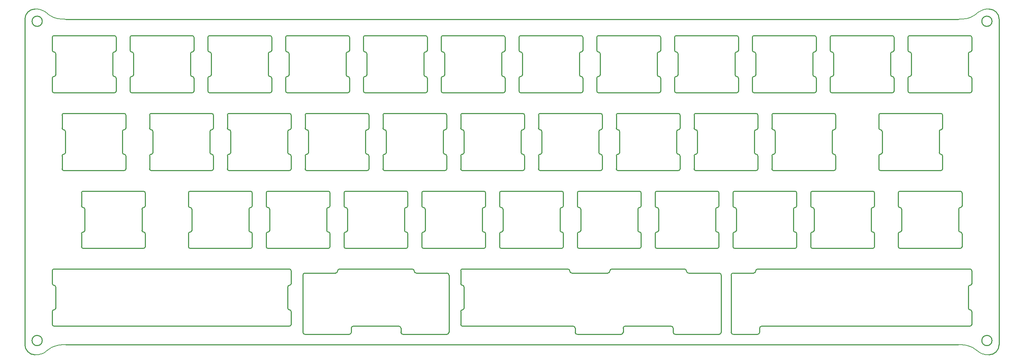
<source format=gbr>
%TF.GenerationSoftware,KiCad,Pcbnew,(5.99.0-10540-g55c1d814f9)*%
%TF.CreationDate,2021-05-28T08:58:00+02:00*%
%TF.ProjectId,plate-top,706c6174-652d-4746-9f70-2e6b69636164,1.0*%
%TF.SameCoordinates,Original*%
%TF.FileFunction,Profile,NP*%
%FSLAX46Y46*%
G04 Gerber Fmt 4.6, Leading zero omitted, Abs format (unit mm)*
G04 Created by KiCad (PCBNEW (5.99.0-10540-g55c1d814f9)) date 2021-05-28 08:58:00*
%MOMM*%
%LPD*%
G01*
G04 APERTURE LIST*
%TA.AperFunction,Profile*%
%ADD10C,0.250000*%
%TD*%
%ADD11C,0.200000*%
G04 APERTURE END LIST*
D10*
X210895983Y-138342766D02*
X244928341Y-138343011D01*
X209927233Y-124342767D02*
X245172622Y-124342592D01*
X37577234Y-124342767D02*
X56825445Y-124342312D01*
X37577234Y-138342766D02*
X57258766Y-138342514D01*
X56627234Y-124342767D02*
X95239734Y-124342767D01*
X171429733Y-96242767D02*
G75*
G02*
X171039733Y-95852767I0J390000D01*
G01*
X171449733Y-96242767D02*
G75*
G02*
X171839733Y-96632767I0J-390000D01*
G01*
X171839733Y-99852767D02*
G75*
G02*
X171449733Y-100242767I-390000J0D01*
G01*
X156629733Y-100242767D02*
G75*
G02*
X156239733Y-99852767I0J390000D01*
G01*
X156239733Y-96632767D02*
G75*
G02*
X156629733Y-96242767I390000J0D01*
G01*
X157039733Y-95852767D02*
G75*
G02*
X156649733Y-96242767I-390000J0D01*
G01*
X156649733Y-90242767D02*
G75*
G02*
X157039733Y-90632767I0J-390000D01*
G01*
X156629733Y-90242767D02*
G75*
G02*
X156239733Y-89852767I0J390000D01*
G01*
X156239733Y-86632767D02*
G75*
G02*
X156629733Y-86242767I390000J0D01*
G01*
X171449733Y-86242767D02*
G75*
G02*
X171839733Y-86632767I0J-390000D01*
G01*
X171839733Y-89852767D02*
G75*
G02*
X171449733Y-90242767I-390000J0D01*
G01*
X171039733Y-90632767D02*
G75*
G02*
X171429733Y-90242767I390000J0D01*
G01*
X190479733Y-96242767D02*
G75*
G02*
X190089733Y-95852767I0J390000D01*
G01*
X190499733Y-96242767D02*
G75*
G02*
X190889733Y-96632767I0J-390000D01*
G01*
X190889733Y-99852767D02*
G75*
G02*
X190499733Y-100242767I-390000J0D01*
G01*
X175679733Y-100242767D02*
G75*
G02*
X175289733Y-99852767I0J390000D01*
G01*
X175289733Y-96632767D02*
G75*
G02*
X175679733Y-96242767I390000J0D01*
G01*
X176089733Y-95852767D02*
G75*
G02*
X175699733Y-96242767I-390000J0D01*
G01*
X175699733Y-90242767D02*
G75*
G02*
X176089733Y-90632767I0J-390000D01*
G01*
X175679733Y-90242767D02*
G75*
G02*
X175289733Y-89852767I0J390000D01*
G01*
X175289733Y-86632767D02*
G75*
G02*
X175679733Y-86242767I390000J0D01*
G01*
X190499733Y-86242767D02*
G75*
G02*
X190889733Y-86632767I0J-390000D01*
G01*
X190889733Y-89852767D02*
G75*
G02*
X190499733Y-90242767I-390000J0D01*
G01*
X190089733Y-90632767D02*
G75*
G02*
X190479733Y-90242767I390000J0D01*
G01*
X209529733Y-96242767D02*
G75*
G02*
X209139733Y-95852767I0J390000D01*
G01*
X209549733Y-96242767D02*
G75*
G02*
X209939733Y-96632767I0J-390000D01*
G01*
X209939733Y-99852767D02*
G75*
G02*
X209549733Y-100242767I-390000J0D01*
G01*
X194729733Y-100242767D02*
G75*
G02*
X194339733Y-99852767I0J390000D01*
G01*
X194339733Y-96632767D02*
G75*
G02*
X194729733Y-96242767I390000J0D01*
G01*
X195139733Y-95852767D02*
G75*
G02*
X194749733Y-96242767I-390000J0D01*
G01*
X194749733Y-90242767D02*
G75*
G02*
X195139733Y-90632767I0J-390000D01*
G01*
X194729733Y-90242767D02*
G75*
G02*
X194339733Y-89852767I0J390000D01*
G01*
X194339733Y-86632767D02*
G75*
G02*
X194729733Y-86242767I390000J0D01*
G01*
X209549733Y-86242767D02*
G75*
G02*
X209939733Y-86632767I0J-390000D01*
G01*
X209939733Y-89852767D02*
G75*
G02*
X209549733Y-90242767I-390000J0D01*
G01*
X209139733Y-90632767D02*
G75*
G02*
X209529733Y-90242767I390000J0D01*
G01*
X228579733Y-96242767D02*
G75*
G02*
X228189733Y-95852767I0J390000D01*
G01*
X228599733Y-96242767D02*
G75*
G02*
X228989733Y-96632767I0J-390000D01*
G01*
X228989733Y-99852767D02*
G75*
G02*
X228599733Y-100242767I-390000J0D01*
G01*
X213779733Y-100242767D02*
G75*
G02*
X213389733Y-99852767I0J390000D01*
G01*
X213389733Y-96632767D02*
G75*
G02*
X213779733Y-96242767I390000J0D01*
G01*
X214189733Y-95852767D02*
G75*
G02*
X213799733Y-96242767I-390000J0D01*
G01*
X213799733Y-90242767D02*
G75*
G02*
X214189733Y-90632767I0J-390000D01*
G01*
X213779733Y-90242767D02*
G75*
G02*
X213389733Y-89852767I0J390000D01*
G01*
X213389733Y-86632767D02*
G75*
G02*
X213779733Y-86242767I390000J0D01*
G01*
X228599733Y-86242767D02*
G75*
G02*
X228989733Y-86632767I0J-390000D01*
G01*
X228989733Y-89852767D02*
G75*
G02*
X228599733Y-90242767I-390000J0D01*
G01*
X228189733Y-90632767D02*
G75*
G02*
X228579733Y-90242767I390000J0D01*
G01*
X37577234Y-138342766D02*
G75*
G02*
X37177234Y-137942766I0J400000D01*
G01*
X37177234Y-134742766D02*
G75*
G02*
X37577234Y-134342766I400000J0D01*
G01*
X37977234Y-133952766D02*
G75*
G02*
X37587234Y-134342766I-390000J0D01*
G01*
X37587234Y-128342766D02*
G75*
G02*
X37977234Y-128732766I0J-390000D01*
G01*
X37577234Y-128342766D02*
G75*
G02*
X37177234Y-127942766I0J400000D01*
G01*
X37177234Y-124742767D02*
G75*
G02*
X37577234Y-124342767I400000J0D01*
G01*
X95229734Y-134342766D02*
G75*
G02*
X94839734Y-133952766I0J390000D01*
G01*
X95239734Y-134342766D02*
G75*
G02*
X95639734Y-134742766I0J-400000D01*
G01*
X95639734Y-137942766D02*
G75*
G02*
X95239734Y-138342766I-400000J0D01*
G01*
X95239734Y-124342767D02*
G75*
G02*
X95639734Y-124742767I0J-400000D01*
G01*
X95639734Y-127942766D02*
G75*
G02*
X95239734Y-128342766I-400000J0D01*
G01*
X94839734Y-128732766D02*
G75*
G02*
X95229734Y-128342766I390000J0D01*
G01*
X54748484Y-96242767D02*
G75*
G02*
X54358484Y-95852767I0J390000D01*
G01*
X54758484Y-96242767D02*
G75*
G02*
X55158484Y-96642767I0J-400000D01*
G01*
X55158484Y-99842767D02*
G75*
G02*
X54758484Y-100242767I-400000J0D01*
G01*
X39958484Y-100242767D02*
G75*
G02*
X39558484Y-99842767I0J400000D01*
G01*
X39558484Y-96642767D02*
G75*
G02*
X39958484Y-96242767I400000J0D01*
G01*
X40358484Y-95852767D02*
G75*
G02*
X39968484Y-96242767I-390000J0D01*
G01*
X39968484Y-90242767D02*
G75*
G02*
X40358484Y-90632767I0J-390000D01*
G01*
X39958484Y-90242767D02*
G75*
G02*
X39558484Y-89842767I0J400000D01*
G01*
X39558484Y-86642767D02*
G75*
G02*
X39958484Y-86242767I400000J0D01*
G01*
X54758484Y-86242767D02*
G75*
G02*
X55158484Y-86642767I0J-400000D01*
G01*
X55158484Y-89842767D02*
G75*
G02*
X54758484Y-90242767I-400000J0D01*
G01*
X54358484Y-90632767D02*
G75*
G02*
X54748484Y-90242767I390000J0D01*
G01*
X59510984Y-115292767D02*
G75*
G02*
X59120984Y-114902767I0J390000D01*
G01*
X59520984Y-115292767D02*
G75*
G02*
X59920984Y-115692767I0J-400000D01*
G01*
X59920984Y-118892767D02*
G75*
G02*
X59520984Y-119292767I-400000J0D01*
G01*
X44720984Y-119292767D02*
G75*
G02*
X44320984Y-118892767I0J400000D01*
G01*
X44320984Y-115692767D02*
G75*
G02*
X44720984Y-115292767I400000J0D01*
G01*
X45120984Y-114902767D02*
G75*
G02*
X44730984Y-115292767I-390000J0D01*
G01*
X44730984Y-109292767D02*
G75*
G02*
X45120984Y-109682767I0J-390000D01*
G01*
X44720984Y-109292767D02*
G75*
G02*
X44320984Y-108892767I0J400000D01*
G01*
X44320984Y-105692767D02*
G75*
G02*
X44720984Y-105292767I400000J0D01*
G01*
X59520984Y-105292767D02*
G75*
G02*
X59920984Y-105692767I0J-400000D01*
G01*
X59920984Y-108892767D02*
G75*
G02*
X59520984Y-109292767I-400000J0D01*
G01*
X59120984Y-109682767D02*
G75*
G02*
X59510984Y-109292767I390000J0D01*
G01*
X123804734Y-115292767D02*
G75*
G02*
X123414734Y-114902767I0J390000D01*
G01*
X123814734Y-115292767D02*
G75*
G02*
X124214734Y-115692767I0J-400000D01*
G01*
X124214734Y-118892767D02*
G75*
G02*
X123814734Y-119292767I-400000J0D01*
G01*
X109014734Y-119292767D02*
G75*
G02*
X108614734Y-118892767I0J400000D01*
G01*
X108614734Y-115692767D02*
G75*
G02*
X109014734Y-115292767I400000J0D01*
G01*
X109414734Y-114902767D02*
G75*
G02*
X109024734Y-115292767I-390000J0D01*
G01*
X109024734Y-109292767D02*
G75*
G02*
X109414734Y-109682767I0J-390000D01*
G01*
X109014734Y-109292767D02*
G75*
G02*
X108614734Y-108892767I0J400000D01*
G01*
X108614734Y-105692767D02*
G75*
G02*
X109014734Y-105292767I400000J0D01*
G01*
X123814734Y-105292767D02*
G75*
G02*
X124214734Y-105692767I0J-400000D01*
G01*
X124214734Y-108892767D02*
G75*
G02*
X123814734Y-109292767I-400000J0D01*
G01*
X123414734Y-109682767D02*
G75*
G02*
X123804734Y-109292767I390000J0D01*
G01*
X104754734Y-115292767D02*
G75*
G02*
X104364734Y-114902767I0J390000D01*
G01*
X104764734Y-115292767D02*
G75*
G02*
X105164734Y-115692767I0J-400000D01*
G01*
X105164734Y-118892767D02*
G75*
G02*
X104764734Y-119292767I-400000J0D01*
G01*
X89964734Y-119292767D02*
G75*
G02*
X89564734Y-118892767I0J400000D01*
G01*
X89564734Y-115692767D02*
G75*
G02*
X89964734Y-115292767I400000J0D01*
G01*
X90364734Y-114902767D02*
G75*
G02*
X89974734Y-115292767I-390000J0D01*
G01*
X89974734Y-109292767D02*
G75*
G02*
X90364734Y-109682767I0J-390000D01*
G01*
X89964734Y-109292767D02*
G75*
G02*
X89564734Y-108892767I0J400000D01*
G01*
X89564734Y-105692767D02*
G75*
G02*
X89964734Y-105292767I400000J0D01*
G01*
X104764734Y-105292767D02*
G75*
G02*
X105164734Y-105692767I0J-400000D01*
G01*
X105164734Y-108892767D02*
G75*
G02*
X104764734Y-109292767I-400000J0D01*
G01*
X104364734Y-109682767D02*
G75*
G02*
X104754734Y-109292767I390000J0D01*
G01*
X176970983Y-138842766D02*
G75*
G02*
X177470983Y-138342766I500000J0D01*
G01*
X176970983Y-139842766D02*
G75*
G02*
X176470983Y-140342766I-500000J0D01*
G01*
X165708483Y-140342766D02*
G75*
G02*
X165208483Y-139842766I0J500000D01*
G01*
X164708483Y-138342766D02*
G75*
G02*
X165208483Y-138842766I0J-500000D01*
G01*
X137589733Y-138342766D02*
G75*
G02*
X137189733Y-137942766I0J400000D01*
G01*
X137189733Y-134742766D02*
G75*
G02*
X137589733Y-134342766I400000J0D01*
G01*
X137989733Y-133952766D02*
G75*
G02*
X137599733Y-134342766I-390000J0D01*
G01*
X137599733Y-128342766D02*
G75*
G02*
X137989733Y-128732766I0J-390000D01*
G01*
X137589733Y-128342766D02*
G75*
G02*
X137189733Y-127942766I0J400000D01*
G01*
X137189733Y-124742767D02*
G75*
G02*
X137589733Y-124342767I400000J0D01*
G01*
X163395983Y-124342767D02*
G75*
G02*
X163895983Y-124842767I0J-500000D01*
G01*
X164395983Y-125342767D02*
G75*
G02*
X163895983Y-124842767I0J500000D01*
G01*
X173708483Y-124842767D02*
G75*
G02*
X173208483Y-125342767I-500000J0D01*
G01*
X173708483Y-124842767D02*
G75*
G02*
X174208483Y-124342767I500000J0D01*
G01*
X191970983Y-124342767D02*
G75*
G02*
X192470983Y-124842767I0J-500000D01*
G01*
X192970983Y-125342767D02*
G75*
G02*
X192470983Y-124842767I0J500000D01*
G01*
X200470983Y-125342766D02*
G75*
G02*
X200970983Y-125842766I0J-500000D01*
G01*
X200970983Y-139842766D02*
G75*
G02*
X200470983Y-140342766I-500000J0D01*
G01*
X189708483Y-140342766D02*
G75*
G02*
X189208483Y-139842766I0J500000D01*
G01*
X188708483Y-138342766D02*
G75*
G02*
X189208483Y-138842766I0J-500000D01*
G01*
X209427233Y-124842767D02*
G75*
G02*
X208927233Y-125342767I-500000J0D01*
G01*
X209427233Y-124842767D02*
G75*
G02*
X209927233Y-124342767I500000J0D01*
G01*
X210395983Y-138842766D02*
G75*
G02*
X210895983Y-138342766I500000J0D01*
G01*
X210395983Y-139842766D02*
G75*
G02*
X209895983Y-140342766I-500000J0D01*
G01*
X203895983Y-140342766D02*
G75*
G02*
X203395983Y-139842766I0J500000D01*
G01*
X203395984Y-125842766D02*
G75*
G02*
X203895983Y-125342767I499999J0D01*
G01*
X85704734Y-115292767D02*
G75*
G02*
X85314734Y-114902767I0J390000D01*
G01*
X85714734Y-115292767D02*
G75*
G02*
X86114734Y-115692767I0J-400000D01*
G01*
X86114734Y-118892767D02*
G75*
G02*
X85714734Y-119292767I-400000J0D01*
G01*
X70914734Y-119292767D02*
G75*
G02*
X70514734Y-118892767I0J400000D01*
G01*
X70514734Y-115692767D02*
G75*
G02*
X70914734Y-115292767I400000J0D01*
G01*
X71314734Y-114902767D02*
G75*
G02*
X70924734Y-115292767I-390000J0D01*
G01*
X70924734Y-109292767D02*
G75*
G02*
X71314734Y-109682767I0J-390000D01*
G01*
X70914734Y-109292767D02*
G75*
G02*
X70514734Y-108892767I0J400000D01*
G01*
X70514734Y-105692767D02*
G75*
G02*
X70914734Y-105292767I400000J0D01*
G01*
X85714734Y-105292767D02*
G75*
G02*
X86114734Y-105692767I0J-400000D01*
G01*
X86114734Y-108892767D02*
G75*
G02*
X85714734Y-109292767I-400000J0D01*
G01*
X85314734Y-109682767D02*
G75*
G02*
X85704734Y-109292767I390000J0D01*
G01*
X254773483Y-96242767D02*
G75*
G02*
X254383483Y-95852767I0J390000D01*
G01*
X254783483Y-96242767D02*
G75*
G02*
X255183483Y-96642767I0J-400000D01*
G01*
X255183483Y-99842767D02*
G75*
G02*
X254783483Y-100242767I-400000J0D01*
G01*
X239983483Y-100242767D02*
G75*
G02*
X239583483Y-99842767I0J400000D01*
G01*
X239583483Y-96642767D02*
G75*
G02*
X239983483Y-96242767I400000J0D01*
G01*
X240383483Y-95852767D02*
G75*
G02*
X239993483Y-96242767I-390000J0D01*
G01*
X239993483Y-90242767D02*
G75*
G02*
X240383483Y-90632767I0J-390000D01*
G01*
X239983483Y-90242767D02*
G75*
G02*
X239583483Y-89842767I0J400000D01*
G01*
X239583483Y-86642767D02*
G75*
G02*
X239983483Y-86242767I400000J0D01*
G01*
X254783483Y-86242767D02*
G75*
G02*
X255183483Y-86642767I0J-400000D01*
G01*
X255183483Y-89842767D02*
G75*
G02*
X254783483Y-90242767I-400000J0D01*
G01*
X254383483Y-90632767D02*
G75*
G02*
X254773483Y-90242767I390000J0D01*
G01*
X259535983Y-115292767D02*
G75*
G02*
X259145983Y-114902767I0J390000D01*
G01*
X259545983Y-115292767D02*
G75*
G02*
X259945983Y-115692767I0J-400000D01*
G01*
X259945983Y-118892767D02*
G75*
G02*
X259545983Y-119292767I-400000J0D01*
G01*
X244745983Y-119292767D02*
G75*
G02*
X244345983Y-118892767I0J400000D01*
G01*
X244345983Y-115692767D02*
G75*
G02*
X244745983Y-115292767I400000J0D01*
G01*
X245145983Y-114902767D02*
G75*
G02*
X244755983Y-115292767I-390000J0D01*
G01*
X244755983Y-109292767D02*
G75*
G02*
X245145983Y-109682767I0J-390000D01*
G01*
X244745983Y-109292767D02*
G75*
G02*
X244345983Y-108892767I0J400000D01*
G01*
X244345983Y-105692767D02*
G75*
G02*
X244745983Y-105292767I400000J0D01*
G01*
X259545983Y-105292767D02*
G75*
G02*
X259945983Y-105692767I0J-400000D01*
G01*
X259945983Y-108892767D02*
G75*
G02*
X259545983Y-109292767I-400000J0D01*
G01*
X259145983Y-109682767D02*
G75*
G02*
X259535983Y-109292767I390000J0D01*
G01*
X261917233Y-134342766D02*
G75*
G02*
X261527233Y-133952766I0J390000D01*
G01*
X261927233Y-134342766D02*
G75*
G02*
X262327233Y-134742766I0J-400000D01*
G01*
X262327233Y-137942766D02*
G75*
G02*
X261927233Y-138342766I-400000J0D01*
G01*
X261927233Y-124342767D02*
G75*
G02*
X262327233Y-124742767I0J-400000D01*
G01*
X262327233Y-127942766D02*
G75*
G02*
X261927233Y-128342766I-400000J0D01*
G01*
X261527233Y-128732766D02*
G75*
G02*
X261917233Y-128342766I390000J0D01*
G01*
X71417234Y-77192767D02*
G75*
G02*
X71027234Y-76802767I0J390000D01*
G01*
X71437234Y-77192767D02*
G75*
G02*
X71827234Y-77582767I0J-390000D01*
G01*
X71827234Y-80802767D02*
G75*
G02*
X71437234Y-81192767I-390000J0D01*
G01*
X56617234Y-81192767D02*
G75*
G02*
X56227234Y-80802767I0J390000D01*
G01*
X56227234Y-77582767D02*
G75*
G02*
X56617234Y-77192767I390000J0D01*
G01*
X57027234Y-76802767D02*
G75*
G02*
X56637234Y-77192767I-390000J0D01*
G01*
X56637234Y-71192767D02*
G75*
G02*
X57027234Y-71582767I0J-390000D01*
G01*
X56617234Y-71192767D02*
G75*
G02*
X56227234Y-70802767I0J390000D01*
G01*
X56227234Y-67582767D02*
G75*
G02*
X56617234Y-67192767I390000J0D01*
G01*
X71437234Y-67192767D02*
G75*
G02*
X71827234Y-67582767I0J-390000D01*
G01*
X71827234Y-70802767D02*
G75*
G02*
X71437234Y-71192767I-390000J0D01*
G01*
X71027234Y-71582767D02*
G75*
G02*
X71417234Y-71192767I390000J0D01*
G01*
X90467234Y-77192767D02*
G75*
G02*
X90077234Y-76802767I0J390000D01*
G01*
X90487234Y-77192767D02*
G75*
G02*
X90877234Y-77582767I0J-390000D01*
G01*
X90877234Y-80802767D02*
G75*
G02*
X90487234Y-81192767I-390000J0D01*
G01*
X75667234Y-81192767D02*
G75*
G02*
X75277234Y-80802767I0J390000D01*
G01*
X75277234Y-77582767D02*
G75*
G02*
X75667234Y-77192767I390000J0D01*
G01*
X76077234Y-76802767D02*
G75*
G02*
X75687234Y-77192767I-390000J0D01*
G01*
X75687234Y-71192767D02*
G75*
G02*
X76077234Y-71582767I0J-390000D01*
G01*
X75667234Y-71192767D02*
G75*
G02*
X75277234Y-70802767I0J390000D01*
G01*
X75277234Y-67582767D02*
G75*
G02*
X75667234Y-67192767I390000J0D01*
G01*
X90487234Y-67192767D02*
G75*
G02*
X90877234Y-67582767I0J-390000D01*
G01*
X90877234Y-70802767D02*
G75*
G02*
X90487234Y-71192767I-390000J0D01*
G01*
X90077234Y-71582767D02*
G75*
G02*
X90467234Y-71192767I390000J0D01*
G01*
X109517234Y-77192767D02*
G75*
G02*
X109127234Y-76802767I0J390000D01*
G01*
X109537234Y-77192767D02*
G75*
G02*
X109927234Y-77582767I0J-390000D01*
G01*
X109927234Y-80802767D02*
G75*
G02*
X109537234Y-81192767I-390000J0D01*
G01*
X94717234Y-81192767D02*
G75*
G02*
X94327234Y-80802767I0J390000D01*
G01*
X94327234Y-77582767D02*
G75*
G02*
X94717234Y-77192767I390000J0D01*
G01*
X95127234Y-76802767D02*
G75*
G02*
X94737234Y-77192767I-390000J0D01*
G01*
X94737234Y-71192767D02*
G75*
G02*
X95127234Y-71582767I0J-390000D01*
G01*
X94717234Y-71192767D02*
G75*
G02*
X94327234Y-70802767I0J390000D01*
G01*
X94327234Y-67582767D02*
G75*
G02*
X94717234Y-67192767I390000J0D01*
G01*
X109537234Y-67192767D02*
G75*
G02*
X109927234Y-67582767I0J-390000D01*
G01*
X109927234Y-70802767D02*
G75*
G02*
X109537234Y-71192767I-390000J0D01*
G01*
X109127234Y-71582767D02*
G75*
G02*
X109517234Y-71192767I390000J0D01*
G01*
X128567233Y-77192767D02*
G75*
G02*
X128177233Y-76802767I0J390000D01*
G01*
X128587233Y-77192767D02*
G75*
G02*
X128977233Y-77582767I0J-390000D01*
G01*
X128977233Y-80802767D02*
G75*
G02*
X128587233Y-81192767I-390000J0D01*
G01*
X113767234Y-81192767D02*
G75*
G02*
X113377234Y-80802767I0J390000D01*
G01*
X113377234Y-77582767D02*
G75*
G02*
X113767234Y-77192767I390000J0D01*
G01*
X114177234Y-76802767D02*
G75*
G02*
X113787234Y-77192767I-390000J0D01*
G01*
X113787234Y-71192767D02*
G75*
G02*
X114177234Y-71582767I0J-390000D01*
G01*
X113767234Y-71192767D02*
G75*
G02*
X113377234Y-70802767I0J390000D01*
G01*
X113377234Y-67582767D02*
G75*
G02*
X113767234Y-67192767I390000J0D01*
G01*
X128587233Y-67192767D02*
G75*
G02*
X128977233Y-67582767I0J-390000D01*
G01*
X128977233Y-70802767D02*
G75*
G02*
X128587233Y-71192767I-390000J0D01*
G01*
X128177233Y-71582767D02*
G75*
G02*
X128567233Y-71192767I390000J0D01*
G01*
X147617233Y-77192767D02*
G75*
G02*
X147227233Y-76802767I0J390000D01*
G01*
X147637233Y-77192767D02*
G75*
G02*
X148027233Y-77582767I0J-390000D01*
G01*
X148027233Y-80802767D02*
G75*
G02*
X147637233Y-81192767I-390000J0D01*
G01*
X132817233Y-81192767D02*
G75*
G02*
X132427233Y-80802767I0J390000D01*
G01*
X132427233Y-77582767D02*
G75*
G02*
X132817233Y-77192767I390000J0D01*
G01*
X133227233Y-76802767D02*
G75*
G02*
X132837233Y-77192767I-390000J0D01*
G01*
X132837233Y-71192767D02*
G75*
G02*
X133227233Y-71582767I0J-390000D01*
G01*
X132817233Y-71192767D02*
G75*
G02*
X132427233Y-70802767I0J390000D01*
G01*
X132427233Y-67582767D02*
G75*
G02*
X132817233Y-67192767I390000J0D01*
G01*
X147637233Y-67192767D02*
G75*
G02*
X148027233Y-67582767I0J-390000D01*
G01*
X148027233Y-70802767D02*
G75*
G02*
X147637233Y-71192767I-390000J0D01*
G01*
X147227233Y-71582767D02*
G75*
G02*
X147617233Y-71192767I390000J0D01*
G01*
X166667233Y-77192767D02*
G75*
G02*
X166277233Y-76802767I0J390000D01*
G01*
X166687233Y-77192767D02*
G75*
G02*
X167077233Y-77582767I0J-390000D01*
G01*
X167077233Y-80802767D02*
G75*
G02*
X166687233Y-81192767I-390000J0D01*
G01*
X151867233Y-81192767D02*
G75*
G02*
X151477233Y-80802767I0J390000D01*
G01*
X151477233Y-77582767D02*
G75*
G02*
X151867233Y-77192767I390000J0D01*
G01*
X152277233Y-76802767D02*
G75*
G02*
X151887233Y-77192767I-390000J0D01*
G01*
X151887233Y-71192767D02*
G75*
G02*
X152277233Y-71582767I0J-390000D01*
G01*
X151867233Y-71192767D02*
G75*
G02*
X151477233Y-70802767I0J390000D01*
G01*
X151477233Y-67582767D02*
G75*
G02*
X151867233Y-67192767I390000J0D01*
G01*
X166687233Y-67192767D02*
G75*
G02*
X167077233Y-67582767I0J-390000D01*
G01*
X167077233Y-70802767D02*
G75*
G02*
X166687233Y-71192767I-390000J0D01*
G01*
X166277233Y-71582767D02*
G75*
G02*
X166667233Y-71192767I390000J0D01*
G01*
X185717233Y-77192767D02*
G75*
G02*
X185327233Y-76802767I0J390000D01*
G01*
X185737233Y-77192767D02*
G75*
G02*
X186127233Y-77582767I0J-390000D01*
G01*
X186127233Y-80802767D02*
G75*
G02*
X185737233Y-81192767I-390000J0D01*
G01*
X170917233Y-81192767D02*
G75*
G02*
X170527233Y-80802767I0J390000D01*
G01*
X170527233Y-77582767D02*
G75*
G02*
X170917233Y-77192767I390000J0D01*
G01*
X171327233Y-76802767D02*
G75*
G02*
X170937233Y-77192767I-390000J0D01*
G01*
X170937233Y-71192767D02*
G75*
G02*
X171327233Y-71582767I0J-390000D01*
G01*
X170917233Y-71192767D02*
G75*
G02*
X170527233Y-70802767I0J390000D01*
G01*
X170527233Y-67582767D02*
G75*
G02*
X170917233Y-67192767I390000J0D01*
G01*
X185737233Y-67192767D02*
G75*
G02*
X186127233Y-67582767I0J-390000D01*
G01*
X186127233Y-70802767D02*
G75*
G02*
X185737233Y-71192767I-390000J0D01*
G01*
X185327233Y-71582767D02*
G75*
G02*
X185717233Y-71192767I390000J0D01*
G01*
X204767233Y-77192767D02*
G75*
G02*
X204377233Y-76802767I0J390000D01*
G01*
X204787233Y-77192767D02*
G75*
G02*
X205177233Y-77582767I0J-390000D01*
G01*
X205177233Y-80802767D02*
G75*
G02*
X204787233Y-81192767I-390000J0D01*
G01*
X189967233Y-81192767D02*
G75*
G02*
X189577233Y-80802767I0J390000D01*
G01*
X189577233Y-77582767D02*
G75*
G02*
X189967233Y-77192767I390000J0D01*
G01*
X190377233Y-76802767D02*
G75*
G02*
X189987233Y-77192767I-390000J0D01*
G01*
X189987233Y-71192767D02*
G75*
G02*
X190377233Y-71582767I0J-390000D01*
G01*
X189967233Y-71192767D02*
G75*
G02*
X189577233Y-70802767I0J390000D01*
G01*
X189577233Y-67582767D02*
G75*
G02*
X189967233Y-67192767I390000J0D01*
G01*
X204787233Y-67192767D02*
G75*
G02*
X205177233Y-67582767I0J-390000D01*
G01*
X205177233Y-70802767D02*
G75*
G02*
X204787233Y-71192767I-390000J0D01*
G01*
X204377233Y-71582767D02*
G75*
G02*
X204767233Y-71192767I390000J0D01*
G01*
X152379733Y-96242767D02*
G75*
G02*
X151989733Y-95852767I0J390000D01*
G01*
X152399733Y-96242767D02*
G75*
G02*
X152789733Y-96632767I0J-390000D01*
G01*
X152789733Y-99852767D02*
G75*
G02*
X152399733Y-100242767I-390000J0D01*
G01*
X137579733Y-100242767D02*
G75*
G02*
X137189733Y-99852767I0J390000D01*
G01*
X137189733Y-96632767D02*
G75*
G02*
X137579733Y-96242767I390000J0D01*
G01*
X137989733Y-95852767D02*
G75*
G02*
X137599733Y-96242767I-390000J0D01*
G01*
X137599733Y-90242767D02*
G75*
G02*
X137989733Y-90632767I0J-390000D01*
G01*
X137579733Y-90242767D02*
G75*
G02*
X137189733Y-89852767I0J390000D01*
G01*
X137189733Y-86632767D02*
G75*
G02*
X137579733Y-86242767I390000J0D01*
G01*
X152399733Y-86242767D02*
G75*
G02*
X152789733Y-86632767I0J-390000D01*
G01*
X152789733Y-89852767D02*
G75*
G02*
X152399733Y-90242767I-390000J0D01*
G01*
X151989733Y-90632767D02*
G75*
G02*
X152379733Y-90242767I390000J0D01*
G01*
X133329733Y-96242767D02*
G75*
G02*
X132939733Y-95852767I0J390000D01*
G01*
X133349733Y-96242767D02*
G75*
G02*
X133739733Y-96632767I0J-390000D01*
G01*
X133739733Y-99852767D02*
G75*
G02*
X133349733Y-100242767I-390000J0D01*
G01*
X118529734Y-100242767D02*
G75*
G02*
X118139734Y-99852767I0J390000D01*
G01*
X118139734Y-96632767D02*
G75*
G02*
X118529734Y-96242767I390000J0D01*
G01*
X118939734Y-95852767D02*
G75*
G02*
X118549734Y-96242767I-390000J0D01*
G01*
X118549734Y-90242767D02*
G75*
G02*
X118939734Y-90632767I0J-390000D01*
G01*
X118529734Y-90242767D02*
G75*
G02*
X118139734Y-89852767I0J390000D01*
G01*
X118139734Y-86632767D02*
G75*
G02*
X118529734Y-86242767I390000J0D01*
G01*
X133349733Y-86242767D02*
G75*
G02*
X133739733Y-86632767I0J-390000D01*
G01*
X133739733Y-89852767D02*
G75*
G02*
X133349733Y-90242767I-390000J0D01*
G01*
X132939733Y-90632767D02*
G75*
G02*
X133329733Y-90242767I390000J0D01*
G01*
X114279734Y-96242767D02*
G75*
G02*
X113889734Y-95852767I0J390000D01*
G01*
X114299734Y-96242767D02*
G75*
G02*
X114689734Y-96632767I0J-390000D01*
G01*
X114689734Y-99852767D02*
G75*
G02*
X114299734Y-100242767I-390000J0D01*
G01*
X99479734Y-100242767D02*
G75*
G02*
X99089734Y-99852767I0J390000D01*
G01*
X99089734Y-96632767D02*
G75*
G02*
X99479734Y-96242767I390000J0D01*
G01*
X99889734Y-95852767D02*
G75*
G02*
X99499734Y-96242767I-390000J0D01*
G01*
X99499734Y-90242767D02*
G75*
G02*
X99889734Y-90632767I0J-390000D01*
G01*
X99479734Y-90242767D02*
G75*
G02*
X99089734Y-89852767I0J390000D01*
G01*
X99089734Y-86632767D02*
G75*
G02*
X99479734Y-86242767I390000J0D01*
G01*
X114299734Y-86242767D02*
G75*
G02*
X114689734Y-86632767I0J-390000D01*
G01*
X114689734Y-89852767D02*
G75*
G02*
X114299734Y-90242767I-390000J0D01*
G01*
X113889734Y-90632767D02*
G75*
G02*
X114279734Y-90242767I390000J0D01*
G01*
X95229734Y-96242767D02*
G75*
G02*
X94839734Y-95852767I0J390000D01*
G01*
X95249734Y-96242767D02*
G75*
G02*
X95639734Y-96632767I0J-390000D01*
G01*
X95639734Y-99852767D02*
G75*
G02*
X95249734Y-100242767I-390000J0D01*
G01*
X80429734Y-100242767D02*
G75*
G02*
X80039734Y-99852767I0J390000D01*
G01*
X80039734Y-96632767D02*
G75*
G02*
X80429734Y-96242767I390000J0D01*
G01*
X80839734Y-95852767D02*
G75*
G02*
X80449734Y-96242767I-390000J0D01*
G01*
X80449734Y-90242767D02*
G75*
G02*
X80839734Y-90632767I0J-390000D01*
G01*
X80429734Y-90242767D02*
G75*
G02*
X80039734Y-89852767I0J390000D01*
G01*
X80039734Y-86632767D02*
G75*
G02*
X80429734Y-86242767I390000J0D01*
G01*
X95249734Y-86242767D02*
G75*
G02*
X95639734Y-86632767I0J-390000D01*
G01*
X95639734Y-89852767D02*
G75*
G02*
X95249734Y-90242767I-390000J0D01*
G01*
X94839734Y-90632767D02*
G75*
G02*
X95229734Y-90242767I390000J0D01*
G01*
X223817233Y-77192767D02*
G75*
G02*
X223427233Y-76802767I0J390000D01*
G01*
X223837233Y-77192767D02*
G75*
G02*
X224227233Y-77582767I0J-390000D01*
G01*
X224227233Y-80802767D02*
G75*
G02*
X223837233Y-81192767I-390000J0D01*
G01*
X209017233Y-81192767D02*
G75*
G02*
X208627233Y-80802767I0J390000D01*
G01*
X208627233Y-77582767D02*
G75*
G02*
X209017233Y-77192767I390000J0D01*
G01*
X209427233Y-76802767D02*
G75*
G02*
X209037233Y-77192767I-390000J0D01*
G01*
X209037233Y-71192767D02*
G75*
G02*
X209427233Y-71582767I0J-390000D01*
G01*
X209017233Y-71192767D02*
G75*
G02*
X208627233Y-70802767I0J390000D01*
G01*
X208627233Y-67582767D02*
G75*
G02*
X209017233Y-67192767I390000J0D01*
G01*
X223837233Y-67192767D02*
G75*
G02*
X224227233Y-67582767I0J-390000D01*
G01*
X224227233Y-70802767D02*
G75*
G02*
X223837233Y-71192767I-390000J0D01*
G01*
X223427233Y-71582767D02*
G75*
G02*
X223817233Y-71192767I390000J0D01*
G01*
X242867233Y-77192767D02*
G75*
G02*
X242477233Y-76802767I0J390000D01*
G01*
X242887233Y-77192767D02*
G75*
G02*
X243277233Y-77582767I0J-390000D01*
G01*
X243277233Y-80802767D02*
G75*
G02*
X242887233Y-81192767I-390000J0D01*
G01*
X228067233Y-81192767D02*
G75*
G02*
X227677233Y-80802767I0J390000D01*
G01*
X227677233Y-77582767D02*
G75*
G02*
X228067233Y-77192767I390000J0D01*
G01*
X228477233Y-76802767D02*
G75*
G02*
X228087233Y-77192767I-390000J0D01*
G01*
X228087233Y-71192767D02*
G75*
G02*
X228477233Y-71582767I0J-390000D01*
G01*
X228067233Y-71192767D02*
G75*
G02*
X227677233Y-70802767I0J390000D01*
G01*
X227677233Y-67582767D02*
G75*
G02*
X228067233Y-67192767I390000J0D01*
G01*
X242887233Y-67192767D02*
G75*
G02*
X243277233Y-67582767I0J-390000D01*
G01*
X243277233Y-70802767D02*
G75*
G02*
X242887233Y-71192767I-390000J0D01*
G01*
X242477233Y-71582767D02*
G75*
G02*
X242867233Y-71192767I390000J0D01*
G01*
X261917233Y-77192767D02*
G75*
G02*
X261527233Y-76802767I0J390000D01*
G01*
X261937233Y-77192767D02*
G75*
G02*
X262327233Y-77582767I0J-390000D01*
G01*
X262327233Y-80802767D02*
G75*
G02*
X261937233Y-81192767I-390000J0D01*
G01*
X247117233Y-81192767D02*
G75*
G02*
X246727233Y-80802767I0J390000D01*
G01*
X246727233Y-77582767D02*
G75*
G02*
X247117233Y-77192767I390000J0D01*
G01*
X247527233Y-76802767D02*
G75*
G02*
X247137233Y-77192767I-390000J0D01*
G01*
X247137233Y-71192767D02*
G75*
G02*
X247527233Y-71582767I0J-390000D01*
G01*
X247117233Y-71192767D02*
G75*
G02*
X246727233Y-70802767I0J390000D01*
G01*
X246727233Y-67582767D02*
G75*
G02*
X247117233Y-67192767I390000J0D01*
G01*
X261937233Y-67192767D02*
G75*
G02*
X262327233Y-67582767I0J-390000D01*
G01*
X262327233Y-70802767D02*
G75*
G02*
X261937233Y-71192767I-390000J0D01*
G01*
X261527233Y-71582767D02*
G75*
G02*
X261917233Y-71192767I390000J0D01*
G01*
X76179734Y-96242767D02*
G75*
G02*
X75789734Y-95852767I0J390000D01*
G01*
X76199734Y-96242767D02*
G75*
G02*
X76589734Y-96632767I0J-390000D01*
G01*
X76589734Y-99852767D02*
G75*
G02*
X76199734Y-100242767I-390000J0D01*
G01*
X61379734Y-100242767D02*
G75*
G02*
X60989734Y-99852767I0J390000D01*
G01*
X60989734Y-96632767D02*
G75*
G02*
X61379734Y-96242767I390000J0D01*
G01*
X61789734Y-95852767D02*
G75*
G02*
X61399734Y-96242767I-390000J0D01*
G01*
X61399734Y-90242767D02*
G75*
G02*
X61789734Y-90632767I0J-390000D01*
G01*
X61379734Y-90242767D02*
G75*
G02*
X60989734Y-89852767I0J390000D01*
G01*
X60989734Y-86632767D02*
G75*
G02*
X61379734Y-86242767I390000J0D01*
G01*
X76199734Y-86242767D02*
G75*
G02*
X76589734Y-86632767I0J-390000D01*
G01*
X76589734Y-89852767D02*
G75*
G02*
X76199734Y-90242767I-390000J0D01*
G01*
X75789734Y-90632767D02*
G75*
G02*
X76179734Y-90242767I390000J0D01*
G01*
X142854733Y-115292767D02*
G75*
G02*
X142464733Y-114902767I0J390000D01*
G01*
X142864733Y-115292767D02*
G75*
G02*
X143264733Y-115692767I0J-400000D01*
G01*
X143264733Y-118892767D02*
G75*
G02*
X142864733Y-119292767I-400000J0D01*
G01*
X128064733Y-119292767D02*
G75*
G02*
X127664733Y-118892767I0J400000D01*
G01*
X127664733Y-115692767D02*
G75*
G02*
X128064733Y-115292767I400000J0D01*
G01*
X128464733Y-114902767D02*
G75*
G02*
X128074733Y-115292767I-390000J0D01*
G01*
X128074733Y-109292767D02*
G75*
G02*
X128464733Y-109682767I0J-390000D01*
G01*
X128064733Y-109292767D02*
G75*
G02*
X127664733Y-108892767I0J400000D01*
G01*
X127664733Y-105692767D02*
G75*
G02*
X128064733Y-105292767I400000J0D01*
G01*
X142864733Y-105292767D02*
G75*
G02*
X143264733Y-105692767I0J-400000D01*
G01*
X143264733Y-108892767D02*
G75*
G02*
X142864733Y-109292767I-400000J0D01*
G01*
X142464733Y-109682767D02*
G75*
G02*
X142854733Y-109292767I390000J0D01*
G01*
X161904733Y-115292767D02*
G75*
G02*
X161514733Y-114902767I0J390000D01*
G01*
X161914733Y-115292767D02*
G75*
G02*
X162314733Y-115692767I0J-400000D01*
G01*
X162314733Y-118892767D02*
G75*
G02*
X161914733Y-119292767I-400000J0D01*
G01*
X147114733Y-119292767D02*
G75*
G02*
X146714733Y-118892767I0J400000D01*
G01*
X146714733Y-115692767D02*
G75*
G02*
X147114733Y-115292767I400000J0D01*
G01*
X147514733Y-114902767D02*
G75*
G02*
X147124733Y-115292767I-390000J0D01*
G01*
X147124733Y-109292767D02*
G75*
G02*
X147514733Y-109682767I0J-390000D01*
G01*
X147114733Y-109292767D02*
G75*
G02*
X146714733Y-108892767I0J400000D01*
G01*
X146714733Y-105692767D02*
G75*
G02*
X147114733Y-105292767I400000J0D01*
G01*
X161914733Y-105292767D02*
G75*
G02*
X162314733Y-105692767I0J-400000D01*
G01*
X162314733Y-108892767D02*
G75*
G02*
X161914733Y-109292767I-400000J0D01*
G01*
X161514733Y-109682767D02*
G75*
G02*
X161904733Y-109292767I390000J0D01*
G01*
X180954733Y-115292767D02*
G75*
G02*
X180564733Y-114902767I0J390000D01*
G01*
X180964733Y-115292767D02*
G75*
G02*
X181364733Y-115692767I0J-400000D01*
G01*
X181364733Y-118892767D02*
G75*
G02*
X180964733Y-119292767I-400000J0D01*
G01*
X166164733Y-119292767D02*
G75*
G02*
X165764733Y-118892767I0J400000D01*
G01*
X165764733Y-115692767D02*
G75*
G02*
X166164733Y-115292767I400000J0D01*
G01*
X166564733Y-114902767D02*
G75*
G02*
X166174733Y-115292767I-390000J0D01*
G01*
X166174733Y-109292767D02*
G75*
G02*
X166564733Y-109682767I0J-390000D01*
G01*
X166164733Y-109292767D02*
G75*
G02*
X165764733Y-108892767I0J400000D01*
G01*
X165764733Y-105692767D02*
G75*
G02*
X166164733Y-105292767I400000J0D01*
G01*
X180964733Y-105292767D02*
G75*
G02*
X181364733Y-105692767I0J-400000D01*
G01*
X181364733Y-108892767D02*
G75*
G02*
X180964733Y-109292767I-400000J0D01*
G01*
X180564733Y-109682767D02*
G75*
G02*
X180954733Y-109292767I390000J0D01*
G01*
X200004733Y-115292767D02*
G75*
G02*
X199614733Y-114902767I0J390000D01*
G01*
X200014733Y-115292767D02*
G75*
G02*
X200414733Y-115692767I0J-400000D01*
G01*
X200414733Y-118892767D02*
G75*
G02*
X200014733Y-119292767I-400000J0D01*
G01*
X185214733Y-119292767D02*
G75*
G02*
X184814733Y-118892767I0J400000D01*
G01*
X184814733Y-115692767D02*
G75*
G02*
X185214733Y-115292767I400000J0D01*
G01*
X185614733Y-114902767D02*
G75*
G02*
X185224733Y-115292767I-390000J0D01*
G01*
X185224733Y-109292767D02*
G75*
G02*
X185614733Y-109682767I0J-390000D01*
G01*
X185214733Y-109292767D02*
G75*
G02*
X184814733Y-108892767I0J400000D01*
G01*
X184814733Y-105692767D02*
G75*
G02*
X185214733Y-105292767I400000J0D01*
G01*
X200014733Y-105292767D02*
G75*
G02*
X200414733Y-105692767I0J-400000D01*
G01*
X200414733Y-108892767D02*
G75*
G02*
X200014733Y-109292767I-400000J0D01*
G01*
X199614733Y-109682767D02*
G75*
G02*
X200004733Y-109292767I390000J0D01*
G01*
X219054733Y-115292767D02*
G75*
G02*
X218664733Y-114902767I0J390000D01*
G01*
X219064733Y-115292767D02*
G75*
G02*
X219464733Y-115692767I0J-400000D01*
G01*
X219464733Y-118892767D02*
G75*
G02*
X219064733Y-119292767I-400000J0D01*
G01*
X204264733Y-119292767D02*
G75*
G02*
X203864733Y-118892767I0J400000D01*
G01*
X203864733Y-115692767D02*
G75*
G02*
X204264733Y-115292767I400000J0D01*
G01*
X204664733Y-114902767D02*
G75*
G02*
X204274733Y-115292767I-390000J0D01*
G01*
X204274733Y-109292767D02*
G75*
G02*
X204664733Y-109682767I0J-390000D01*
G01*
X204264733Y-109292767D02*
G75*
G02*
X203864733Y-108892767I0J400000D01*
G01*
X203864733Y-105692767D02*
G75*
G02*
X204264733Y-105292767I400000J0D01*
G01*
X219064733Y-105292767D02*
G75*
G02*
X219464733Y-105692767I0J-400000D01*
G01*
X219464733Y-108892767D02*
G75*
G02*
X219064733Y-109292767I-400000J0D01*
G01*
X218664733Y-109682767D02*
G75*
G02*
X219054733Y-109292767I390000J0D01*
G01*
X238104733Y-115292767D02*
G75*
G02*
X237714733Y-114902767I0J390000D01*
G01*
X238114733Y-115292767D02*
G75*
G02*
X238514733Y-115692767I0J-400000D01*
G01*
X238514733Y-118892767D02*
G75*
G02*
X238114733Y-119292767I-400000J0D01*
G01*
X223314733Y-119292767D02*
G75*
G02*
X222914733Y-118892767I0J400000D01*
G01*
X222914733Y-115692767D02*
G75*
G02*
X223314733Y-115292767I400000J0D01*
G01*
X223714733Y-114902767D02*
G75*
G02*
X223324733Y-115292767I-390000J0D01*
G01*
X223324733Y-109292767D02*
G75*
G02*
X223714733Y-109682767I0J-390000D01*
G01*
X223314733Y-109292767D02*
G75*
G02*
X222914733Y-108892767I0J400000D01*
G01*
X222914733Y-105692767D02*
G75*
G02*
X223314733Y-105292767I400000J0D01*
G01*
X238114733Y-105292767D02*
G75*
G02*
X238514733Y-105692767I0J-400000D01*
G01*
X238514733Y-108892767D02*
G75*
G02*
X238114733Y-109292767I-400000J0D01*
G01*
X237714733Y-109682767D02*
G75*
G02*
X238104733Y-109292767I390000J0D01*
G01*
X52367234Y-77192767D02*
G75*
G02*
X51977234Y-76802767I0J390000D01*
G01*
X52387234Y-77192767D02*
G75*
G02*
X52777234Y-77582767I0J-390000D01*
G01*
X52777234Y-80802767D02*
G75*
G02*
X52387234Y-81192767I-390000J0D01*
G01*
X37567234Y-81192767D02*
G75*
G02*
X37177234Y-80802767I0J390000D01*
G01*
X37177234Y-77582767D02*
G75*
G02*
X37567234Y-77192767I390000J0D01*
G01*
X37977234Y-76802767D02*
G75*
G02*
X37587234Y-77192767I-390000J0D01*
G01*
X37587234Y-71192767D02*
G75*
G02*
X37977234Y-71582767I0J-390000D01*
G01*
X37567234Y-71192767D02*
G75*
G02*
X37177234Y-70802767I0J390000D01*
G01*
X37177234Y-67582767D02*
G75*
G02*
X37567234Y-67192767I390000J0D01*
G01*
X52387234Y-67192767D02*
G75*
G02*
X52777234Y-67582767I0J-390000D01*
G01*
X52777234Y-70802767D02*
G75*
G02*
X52387234Y-71192767I-390000J0D01*
G01*
X51977234Y-71582767D02*
G75*
G02*
X52367234Y-71192767I390000J0D01*
G01*
X30452234Y-63167767D02*
G75*
G02*
X32952234Y-60667767I2500000J0D01*
G01*
X32952234Y-145367766D02*
G75*
G02*
X30452234Y-142867766I0J2500000D01*
G01*
X269052233Y-142867766D02*
G75*
G02*
X266552233Y-145367766I-2500000J0D01*
G01*
X266552233Y-60667767D02*
G75*
G02*
X269052233Y-63167767I0J-2500000D01*
G01*
X110395984Y-138842766D02*
G75*
G02*
X110895984Y-138342766I500000J0D01*
G01*
X110395984Y-139842766D02*
G75*
G02*
X109895984Y-140342766I-500000J0D01*
G01*
X99033484Y-140342766D02*
G75*
G02*
X98533484Y-139842766I0J500000D01*
G01*
X98533485Y-125842766D02*
G75*
G02*
X99033484Y-125342767I499999J0D01*
G01*
X107033484Y-124842767D02*
G75*
G02*
X106533484Y-125342767I-500000J0D01*
G01*
X107033484Y-124842767D02*
G75*
G02*
X107533484Y-124342767I500000J0D01*
G01*
X125295984Y-124342767D02*
G75*
G02*
X125795984Y-124842767I0J-500000D01*
G01*
X126295983Y-125342766D02*
G75*
G02*
X125795984Y-124842767I0J499999D01*
G01*
X133795983Y-125342766D02*
G75*
G02*
X134295983Y-125842766I0J-500000D01*
G01*
X134295983Y-139842766D02*
G75*
G02*
X133795983Y-140342766I-500000J0D01*
G01*
X123033484Y-140342766D02*
G75*
G02*
X122533484Y-139842766I0J500000D01*
G01*
X122033484Y-138342766D02*
G75*
G02*
X122533484Y-138842766I0J-500000D01*
G01*
X51977234Y-71582767D02*
X51977234Y-76802767D01*
X37977234Y-71582767D02*
X37977234Y-76802767D01*
X259145983Y-109682767D02*
X259145983Y-114902767D01*
X245145983Y-109682767D02*
X245145983Y-114902767D01*
X54358484Y-90632767D02*
X54358484Y-95852767D01*
X40358484Y-90632767D02*
X40358484Y-95852767D01*
X261527233Y-71582767D02*
X261527233Y-76802767D01*
X247527233Y-71582767D02*
X247527233Y-76802767D01*
X242477233Y-71582767D02*
X242477233Y-76802767D01*
X228477233Y-71582767D02*
X228477233Y-76802767D01*
X223427233Y-71582767D02*
X223427233Y-76802767D01*
X209427233Y-71582767D02*
X209427233Y-76802767D01*
X75789734Y-90632767D02*
X75789734Y-95852767D01*
X61789734Y-90632767D02*
X61789734Y-95852767D01*
X94839734Y-90632767D02*
X94839734Y-95852767D01*
X80839734Y-90632767D02*
X80839734Y-95852767D01*
X113889734Y-90632767D02*
X113889734Y-95852767D01*
X99889734Y-90632767D02*
X99889734Y-95852767D01*
X132939733Y-90632767D02*
X132939733Y-95852767D01*
X118939734Y-90632767D02*
X118939734Y-95852767D01*
X204377233Y-71582767D02*
X204377233Y-76802767D01*
X190377233Y-71582767D02*
X190377233Y-76802767D01*
X185327233Y-71582767D02*
X185327233Y-76802767D01*
X171327233Y-71582767D02*
X171327233Y-76802767D01*
X166277233Y-71582767D02*
X166277233Y-76802767D01*
X152277233Y-71582767D02*
X152277233Y-76802767D01*
X147227233Y-71582767D02*
X147227233Y-76802767D01*
X133227233Y-71582767D02*
X133227233Y-76802767D01*
X128177233Y-71582767D02*
X128177233Y-76802767D01*
X114177234Y-71582767D02*
X114177234Y-76802767D01*
X109127234Y-71582767D02*
X109127234Y-76802767D01*
X95127234Y-71582767D02*
X95127234Y-76802767D01*
X90077234Y-71582767D02*
X90077234Y-76802767D01*
X76077234Y-71582767D02*
X76077234Y-76802767D01*
X71027234Y-71582767D02*
X71027234Y-76802767D01*
X57027234Y-71582767D02*
X57027234Y-76802767D01*
X223714733Y-109682767D02*
X223714733Y-114902767D01*
X237714733Y-109682767D02*
X237714733Y-114902767D01*
X204664733Y-109682767D02*
X204664733Y-114902767D01*
X218664733Y-109682767D02*
X218664733Y-114902767D01*
X185614733Y-109682767D02*
X185614733Y-114902767D01*
X199614733Y-109682767D02*
X199614733Y-114902767D01*
X166564733Y-109682767D02*
X166564733Y-114902767D01*
X180564733Y-109682767D02*
X180564733Y-114902767D01*
X147514733Y-109682767D02*
X147514733Y-114902767D01*
X161514733Y-109682767D02*
X161514733Y-114902767D01*
X128464733Y-109682767D02*
X128464733Y-114902767D01*
X142464733Y-109682767D02*
X142464733Y-114902767D01*
X109414734Y-109682767D02*
X109414734Y-114902767D01*
X123414734Y-109682767D02*
X123414734Y-114902767D01*
X90364734Y-109682767D02*
X90364734Y-114902767D01*
X104364734Y-109682767D02*
X104364734Y-114902767D01*
X151989733Y-90632767D02*
X151989733Y-95852767D01*
X137989733Y-90632767D02*
X137989733Y-95852767D01*
X171039733Y-90632767D02*
X171039733Y-95852767D01*
X157039733Y-90632767D02*
X157039733Y-95852767D01*
X190089733Y-90632767D02*
X190089733Y-95852767D01*
X176089733Y-90632767D02*
X176089733Y-95852767D01*
X209139733Y-90632767D02*
X209139733Y-95852767D01*
X195139733Y-90632767D02*
X195139733Y-95852767D01*
X228189733Y-90632767D02*
X228189733Y-95852767D01*
X214189733Y-90632767D02*
X214189733Y-95852767D01*
X254383483Y-90632767D02*
X254383483Y-95852767D01*
X240383483Y-90632767D02*
X240383483Y-95852767D01*
X59120984Y-109682767D02*
X59120984Y-114902767D01*
X45120984Y-109682767D02*
X45120984Y-114902767D01*
X85314734Y-109682767D02*
X85314734Y-114902767D01*
X71314734Y-109682767D02*
X71314734Y-114902767D01*
X261527233Y-128732766D02*
X261527233Y-133952766D01*
X37977234Y-128732766D02*
X37977234Y-133952766D01*
X137989733Y-128732766D02*
X137989733Y-133952766D01*
X94839734Y-128732766D02*
X94839734Y-133952766D01*
X171449733Y-96242767D02*
X171429733Y-96242767D01*
X171839733Y-99852767D02*
X171839733Y-96632767D01*
X156629733Y-100242767D02*
X171449733Y-100242767D01*
X156239733Y-96632767D02*
X156239733Y-99852767D01*
X156649733Y-96242767D02*
X156629733Y-96242767D01*
X156629733Y-90242767D02*
X156649733Y-90242767D01*
X156239733Y-86632767D02*
X156239733Y-89852767D01*
X156629733Y-86242767D02*
X171449733Y-86242767D01*
X171839733Y-89852767D02*
X171839733Y-86632767D01*
X171429733Y-90242767D02*
X171449733Y-90242767D01*
X190499733Y-96242767D02*
X190479733Y-96242767D01*
X190889733Y-99852767D02*
X190889733Y-96632767D01*
X175679733Y-100242767D02*
X190499733Y-100242767D01*
X175289733Y-96632767D02*
X175289733Y-99852767D01*
X175699733Y-96242767D02*
X175679733Y-96242767D01*
X175679733Y-90242767D02*
X175699733Y-90242767D01*
X175289733Y-86632767D02*
X175289733Y-89852767D01*
X175679733Y-86242767D02*
X190499733Y-86242767D01*
X190889733Y-89852767D02*
X190889733Y-86632767D01*
X190479733Y-90242767D02*
X190499733Y-90242767D01*
X209549733Y-96242767D02*
X209529733Y-96242767D01*
X209939733Y-99852767D02*
X209939733Y-96632767D01*
X194729733Y-100242767D02*
X209549733Y-100242767D01*
X194339733Y-96632767D02*
X194339733Y-99852767D01*
X194749733Y-96242767D02*
X194729733Y-96242767D01*
X194729733Y-90242767D02*
X194749733Y-90242767D01*
X194339733Y-86632767D02*
X194339733Y-89852767D01*
X194729733Y-86242767D02*
X209549733Y-86242767D01*
X209939733Y-89852767D02*
X209939733Y-86632767D01*
X209529733Y-90242767D02*
X209549733Y-90242767D01*
X228599733Y-96242767D02*
X228579733Y-96242767D01*
X228989733Y-99852767D02*
X228989733Y-96632767D01*
X213779733Y-100242767D02*
X228599733Y-100242767D01*
X213389733Y-96632767D02*
X213389733Y-99852767D01*
X213799733Y-96242767D02*
X213779733Y-96242767D01*
X213779733Y-90242767D02*
X213799733Y-90242767D01*
X213389733Y-86632767D02*
X213389733Y-89852767D01*
X213779733Y-86242767D02*
X228599733Y-86242767D01*
X228989733Y-89852767D02*
X228989733Y-86632767D01*
X228579733Y-90242767D02*
X228599733Y-90242767D01*
X37177234Y-134742766D02*
X37177234Y-137942766D01*
X37587234Y-134342766D02*
X37577234Y-134342766D01*
X37577234Y-128342766D02*
X37587234Y-128342766D01*
X37177234Y-124742767D02*
X37177234Y-127942766D01*
X95239734Y-134342766D02*
X95229734Y-134342766D01*
X95639734Y-137942766D02*
X95639734Y-134742766D01*
X56627234Y-138342766D02*
X95239734Y-138342766D01*
X95639734Y-127942766D02*
X95639734Y-124742767D01*
X95229734Y-128342766D02*
X95239734Y-128342766D01*
X54758484Y-96242767D02*
X54748484Y-96242767D01*
X55158484Y-99842767D02*
X55158484Y-96642767D01*
X39958484Y-100242767D02*
X54758484Y-100242767D01*
X39558484Y-96642767D02*
X39558484Y-99842767D01*
X39968484Y-96242767D02*
X39958484Y-96242767D01*
X39958484Y-90242767D02*
X39968484Y-90242767D01*
X39558484Y-86642767D02*
X39558484Y-89842767D01*
X39958484Y-86242767D02*
X54758484Y-86242767D01*
X55158484Y-89842767D02*
X55158484Y-86642767D01*
X54748484Y-90242767D02*
X54758484Y-90242767D01*
X59520984Y-115292767D02*
X59510984Y-115292767D01*
X59920984Y-118892767D02*
X59920984Y-115692767D01*
X44720984Y-119292767D02*
X59520984Y-119292767D01*
X44320984Y-115692767D02*
X44320984Y-118892767D01*
X44730984Y-115292767D02*
X44720984Y-115292767D01*
X44720984Y-109292767D02*
X44730984Y-109292767D01*
X44320984Y-105692767D02*
X44320984Y-108892767D01*
X44720984Y-105292767D02*
X59520984Y-105292767D01*
X59920984Y-108892767D02*
X59920984Y-105692767D01*
X59510984Y-109292767D02*
X59520984Y-109292767D01*
X123814734Y-115292767D02*
X123804734Y-115292767D01*
X124214734Y-118892767D02*
X124214734Y-115692767D01*
X109014734Y-119292767D02*
X123814734Y-119292767D01*
X108614734Y-115692767D02*
X108614734Y-118892767D01*
X109024734Y-115292767D02*
X109014734Y-115292767D01*
X109014734Y-109292767D02*
X109024734Y-109292767D01*
X108614734Y-105692767D02*
X108614734Y-108892767D01*
X109014734Y-105292767D02*
X123814734Y-105292767D01*
X124214734Y-108892767D02*
X124214734Y-105692767D01*
X123804734Y-109292767D02*
X123814734Y-109292767D01*
X104764734Y-115292767D02*
X104754734Y-115292767D01*
X105164734Y-118892767D02*
X105164734Y-115692767D01*
X89964734Y-119292767D02*
X104764734Y-119292767D01*
X89564734Y-115692767D02*
X89564734Y-118892767D01*
X89974734Y-115292767D02*
X89964734Y-115292767D01*
X89964734Y-109292767D02*
X89974734Y-109292767D01*
X89564734Y-105692767D02*
X89564734Y-108892767D01*
X89964734Y-105292767D02*
X104764734Y-105292767D01*
X105164734Y-108892767D02*
X105164734Y-105692767D01*
X104754734Y-109292767D02*
X104764734Y-109292767D01*
X177470983Y-138342766D02*
X188708483Y-138342766D01*
X176970983Y-138842766D02*
X176970983Y-139842766D01*
X165708483Y-140342766D02*
X176470983Y-140342766D01*
X165208483Y-138842766D02*
X165208483Y-139842766D01*
X137589733Y-138342766D02*
X164708483Y-138342766D01*
X137189733Y-134742766D02*
X137189733Y-137942766D01*
X137599733Y-134342766D02*
X137589733Y-134342766D01*
X137589733Y-128342766D02*
X137599733Y-128342766D01*
X137189733Y-124742767D02*
X137189733Y-127942766D01*
X137589733Y-124342767D02*
X163395983Y-124342767D01*
X164395983Y-125342767D02*
X173208483Y-125342767D01*
X174208483Y-124342767D02*
X191970983Y-124342767D01*
X192970983Y-125342767D02*
X200470983Y-125342767D01*
X200970983Y-125842766D02*
X200970983Y-139842766D01*
X189708483Y-140342766D02*
X200470983Y-140342766D01*
X189208483Y-138842766D02*
X189208483Y-139842766D01*
X203895983Y-125342767D02*
X208927233Y-125342767D01*
X210395983Y-138842766D02*
X210395983Y-139842766D01*
X203895983Y-140342766D02*
X209895983Y-140342766D01*
X203395983Y-125842766D02*
X203395983Y-139842766D01*
X85714734Y-115292767D02*
X85704734Y-115292767D01*
X86114734Y-118892767D02*
X86114734Y-115692767D01*
X70914734Y-119292767D02*
X85714734Y-119292767D01*
X70514734Y-115692767D02*
X70514734Y-118892767D01*
X70924734Y-115292767D02*
X70914734Y-115292767D01*
X70914734Y-109292767D02*
X70924734Y-109292767D01*
X70514734Y-105692767D02*
X70514734Y-108892767D01*
X70914734Y-105292767D02*
X85714734Y-105292767D01*
X86114734Y-108892767D02*
X86114734Y-105692767D01*
X85704734Y-109292767D02*
X85714734Y-109292767D01*
X254783483Y-96242767D02*
X254773483Y-96242767D01*
X255183483Y-99842767D02*
X255183483Y-96642767D01*
X239983483Y-100242767D02*
X254783483Y-100242767D01*
X239583483Y-96642767D02*
X239583483Y-99842767D01*
X239993483Y-96242767D02*
X239983483Y-96242767D01*
X239983483Y-90242767D02*
X239993483Y-90242767D01*
X239583483Y-86642767D02*
X239583483Y-89842767D01*
X239983483Y-86242767D02*
X254783483Y-86242767D01*
X255183483Y-89842767D02*
X255183483Y-86642767D01*
X254773483Y-90242767D02*
X254783483Y-90242767D01*
X259545983Y-115292767D02*
X259535983Y-115292767D01*
X259945983Y-118892767D02*
X259945983Y-115692767D01*
X244745983Y-119292767D02*
X259545983Y-119292767D01*
X244345983Y-115692767D02*
X244345983Y-118892767D01*
X244755983Y-115292767D02*
X244745983Y-115292767D01*
X244745983Y-109292767D02*
X244755983Y-109292767D01*
X244345983Y-105692767D02*
X244345983Y-108892767D01*
X244745983Y-105292767D02*
X259545983Y-105292767D01*
X259945983Y-108892767D02*
X259945983Y-105692767D01*
X259535983Y-109292767D02*
X259545983Y-109292767D01*
X261927233Y-134342766D02*
X261917233Y-134342766D01*
X262327233Y-137942766D02*
X262327233Y-134742766D01*
X244745983Y-138342766D02*
X261927233Y-138342766D01*
X244745983Y-124342767D02*
X261927233Y-124342767D01*
X262327233Y-127942766D02*
X262327233Y-124742767D01*
X261917233Y-128342766D02*
X261927233Y-128342766D01*
X71437234Y-77192767D02*
X71417234Y-77192767D01*
X71827234Y-80802767D02*
X71827234Y-77582767D01*
X56617234Y-81192767D02*
X71437234Y-81192767D01*
X56227234Y-77582767D02*
X56227234Y-80802767D01*
X56637234Y-77192767D02*
X56617234Y-77192767D01*
X56617234Y-71192767D02*
X56637234Y-71192767D01*
X56227234Y-67582767D02*
X56227234Y-70802767D01*
X56617234Y-67192767D02*
X71437234Y-67192767D01*
X71827234Y-70802767D02*
X71827234Y-67582767D01*
X71417234Y-71192767D02*
X71437234Y-71192767D01*
X90487234Y-77192767D02*
X90467234Y-77192767D01*
X90877234Y-80802767D02*
X90877234Y-77582767D01*
X75667234Y-81192767D02*
X90487234Y-81192767D01*
X75277234Y-77582767D02*
X75277234Y-80802767D01*
X75687234Y-77192767D02*
X75667234Y-77192767D01*
X75667234Y-71192767D02*
X75687234Y-71192767D01*
X75277234Y-67582767D02*
X75277234Y-70802767D01*
X75667234Y-67192767D02*
X90487234Y-67192767D01*
X90877234Y-70802767D02*
X90877234Y-67582767D01*
X90467234Y-71192767D02*
X90487234Y-71192767D01*
X109537234Y-77192767D02*
X109517234Y-77192767D01*
X109927234Y-80802767D02*
X109927234Y-77582767D01*
X94717234Y-81192767D02*
X109537234Y-81192767D01*
X94327234Y-77582767D02*
X94327234Y-80802767D01*
X94737234Y-77192767D02*
X94717234Y-77192767D01*
X94717234Y-71192767D02*
X94737234Y-71192767D01*
X94327234Y-67582767D02*
X94327234Y-70802767D01*
X94717234Y-67192767D02*
X109537234Y-67192767D01*
X109927234Y-70802767D02*
X109927234Y-67582767D01*
X109517234Y-71192767D02*
X109537234Y-71192767D01*
X128587233Y-77192767D02*
X128567233Y-77192767D01*
X128977233Y-80802767D02*
X128977233Y-77582767D01*
X113767234Y-81192767D02*
X128587233Y-81192767D01*
X113377234Y-77582767D02*
X113377234Y-80802767D01*
X113787234Y-77192767D02*
X113767234Y-77192767D01*
X113767234Y-71192767D02*
X113787234Y-71192767D01*
X113377234Y-67582767D02*
X113377234Y-70802767D01*
X113767234Y-67192767D02*
X128587233Y-67192767D01*
X128977233Y-70802767D02*
X128977233Y-67582767D01*
X128567233Y-71192767D02*
X128587233Y-71192767D01*
X147637233Y-77192767D02*
X147617233Y-77192767D01*
X148027233Y-80802767D02*
X148027233Y-77582767D01*
X132817233Y-81192767D02*
X147637233Y-81192767D01*
X132427233Y-77582767D02*
X132427233Y-80802767D01*
X132837233Y-77192767D02*
X132817233Y-77192767D01*
X132817233Y-71192767D02*
X132837233Y-71192767D01*
X132427233Y-67582767D02*
X132427233Y-70802767D01*
X132817233Y-67192767D02*
X147637233Y-67192767D01*
X148027233Y-70802767D02*
X148027233Y-67582767D01*
X147617233Y-71192767D02*
X147637233Y-71192767D01*
X166687233Y-77192767D02*
X166667233Y-77192767D01*
X167077233Y-80802767D02*
X167077233Y-77582767D01*
X151867233Y-81192767D02*
X166687233Y-81192767D01*
X151477233Y-77582767D02*
X151477233Y-80802767D01*
X151887233Y-77192767D02*
X151867233Y-77192767D01*
X151867233Y-71192767D02*
X151887233Y-71192767D01*
X151477233Y-67582767D02*
X151477233Y-70802767D01*
X151867233Y-67192767D02*
X166687233Y-67192767D01*
X167077233Y-70802767D02*
X167077233Y-67582767D01*
X166667233Y-71192767D02*
X166687233Y-71192767D01*
X185737233Y-77192767D02*
X185717233Y-77192767D01*
X186127233Y-80802767D02*
X186127233Y-77582767D01*
X170917233Y-81192767D02*
X185737233Y-81192767D01*
X170527233Y-77582767D02*
X170527233Y-80802767D01*
X170937233Y-77192767D02*
X170917233Y-77192767D01*
X170917233Y-71192767D02*
X170937233Y-71192767D01*
X170527233Y-67582767D02*
X170527233Y-70802767D01*
X170917233Y-67192767D02*
X185737233Y-67192767D01*
X186127233Y-70802767D02*
X186127233Y-67582767D01*
X185717233Y-71192767D02*
X185737233Y-71192767D01*
X204787233Y-77192767D02*
X204767233Y-77192767D01*
X205177233Y-80802767D02*
X205177233Y-77582767D01*
X189967233Y-81192767D02*
X204787233Y-81192767D01*
X189577233Y-77582767D02*
X189577233Y-80802767D01*
X189987233Y-77192767D02*
X189967233Y-77192767D01*
X189967233Y-71192767D02*
X189987233Y-71192767D01*
X189577233Y-67582767D02*
X189577233Y-70802767D01*
X189967233Y-67192767D02*
X204787233Y-67192767D01*
X205177233Y-70802767D02*
X205177233Y-67582767D01*
X204767233Y-71192767D02*
X204787233Y-71192767D01*
X152399733Y-96242767D02*
X152379733Y-96242767D01*
X152789733Y-99852767D02*
X152789733Y-96632767D01*
X137579733Y-100242767D02*
X152399733Y-100242767D01*
X137189733Y-96632767D02*
X137189733Y-99852767D01*
X137599733Y-96242767D02*
X137579733Y-96242767D01*
X137579733Y-90242767D02*
X137599733Y-90242767D01*
X137189733Y-86632767D02*
X137189733Y-89852767D01*
X137579733Y-86242767D02*
X152399733Y-86242767D01*
X152789733Y-89852767D02*
X152789733Y-86632767D01*
X152379733Y-90242767D02*
X152399733Y-90242767D01*
X133349733Y-96242767D02*
X133329733Y-96242767D01*
X133739733Y-99852767D02*
X133739733Y-96632767D01*
X118529734Y-100242767D02*
X133349733Y-100242767D01*
X118139734Y-96632767D02*
X118139734Y-99852767D01*
X118549734Y-96242767D02*
X118529734Y-96242767D01*
X118529734Y-90242767D02*
X118549734Y-90242767D01*
X118139734Y-86632767D02*
X118139734Y-89852767D01*
X118529734Y-86242767D02*
X133349733Y-86242767D01*
X133739733Y-89852767D02*
X133739733Y-86632767D01*
X133329733Y-90242767D02*
X133349733Y-90242767D01*
X114299734Y-96242767D02*
X114279734Y-96242767D01*
X114689734Y-99852767D02*
X114689734Y-96632767D01*
X99479734Y-100242767D02*
X114299734Y-100242767D01*
X99089734Y-96632767D02*
X99089734Y-99852767D01*
X99499734Y-96242767D02*
X99479734Y-96242767D01*
X99479734Y-90242767D02*
X99499734Y-90242767D01*
X99089734Y-86632767D02*
X99089734Y-89852767D01*
X99479734Y-86242767D02*
X114299734Y-86242767D01*
X114689734Y-89852767D02*
X114689734Y-86632767D01*
X114279734Y-90242767D02*
X114299734Y-90242767D01*
X95249734Y-96242767D02*
X95229734Y-96242767D01*
X95639734Y-99852767D02*
X95639734Y-96632767D01*
X80429734Y-100242767D02*
X95249734Y-100242767D01*
X80039734Y-96632767D02*
X80039734Y-99852767D01*
X80449734Y-96242767D02*
X80429734Y-96242767D01*
X80429734Y-90242767D02*
X80449734Y-90242767D01*
X80039734Y-86632767D02*
X80039734Y-89852767D01*
X80429734Y-86242767D02*
X95249734Y-86242767D01*
X95639734Y-89852767D02*
X95639734Y-86632767D01*
X95229734Y-90242767D02*
X95249734Y-90242767D01*
X223837233Y-77192767D02*
X223817233Y-77192767D01*
X224227233Y-80802767D02*
X224227233Y-77582767D01*
X209017233Y-81192767D02*
X223837233Y-81192767D01*
X208627233Y-77582767D02*
X208627233Y-80802767D01*
X209037233Y-77192767D02*
X209017233Y-77192767D01*
X209017233Y-71192767D02*
X209037233Y-71192767D01*
X208627233Y-67582767D02*
X208627233Y-70802767D01*
X209017233Y-67192767D02*
X223837233Y-67192767D01*
X224227233Y-70802767D02*
X224227233Y-67582767D01*
X223817233Y-71192767D02*
X223837233Y-71192767D01*
X242887233Y-77192767D02*
X242867233Y-77192767D01*
X243277233Y-80802767D02*
X243277233Y-77582767D01*
X228067233Y-81192767D02*
X242887233Y-81192767D01*
X227677233Y-77582767D02*
X227677233Y-80802767D01*
X228087233Y-77192767D02*
X228067233Y-77192767D01*
X228067233Y-71192767D02*
X228087233Y-71192767D01*
X227677233Y-67582767D02*
X227677233Y-70802767D01*
X228067233Y-67192767D02*
X242887233Y-67192767D01*
X243277233Y-70802767D02*
X243277233Y-67582767D01*
X242867233Y-71192767D02*
X242887233Y-71192767D01*
X261937233Y-77192767D02*
X261917233Y-77192767D01*
X262327233Y-80802767D02*
X262327233Y-77582767D01*
X247117233Y-81192767D02*
X261937233Y-81192767D01*
X246727233Y-77582767D02*
X246727233Y-80802767D01*
X247137233Y-77192767D02*
X247117233Y-77192767D01*
X247117233Y-71192767D02*
X247137233Y-71192767D01*
X246727233Y-67582767D02*
X246727233Y-70802767D01*
X247117233Y-67192767D02*
X261937233Y-67192767D01*
X262327233Y-70802767D02*
X262327233Y-67582767D01*
X261917233Y-71192767D02*
X261937233Y-71192767D01*
X76199734Y-96242767D02*
X76179734Y-96242767D01*
X76589734Y-99852767D02*
X76589734Y-96632767D01*
X61379734Y-100242767D02*
X76199734Y-100242767D01*
X60989734Y-96632767D02*
X60989734Y-99852767D01*
X61399734Y-96242767D02*
X61379734Y-96242767D01*
X61379734Y-90242767D02*
X61399734Y-90242767D01*
X60989734Y-86632767D02*
X60989734Y-89852767D01*
X61379734Y-86242767D02*
X76199734Y-86242767D01*
X76589734Y-89852767D02*
X76589734Y-86632767D01*
X76179734Y-90242767D02*
X76199734Y-90242767D01*
X142864733Y-115292767D02*
X142854733Y-115292767D01*
X143264733Y-118892767D02*
X143264733Y-115692767D01*
X128064733Y-119292767D02*
X142864733Y-119292767D01*
X127664733Y-115692767D02*
X127664733Y-118892767D01*
X128074733Y-115292767D02*
X128064733Y-115292767D01*
X128064733Y-109292767D02*
X128074733Y-109292767D01*
X127664733Y-105692767D02*
X127664733Y-108892767D01*
X128064733Y-105292767D02*
X142864733Y-105292767D01*
X143264733Y-108892767D02*
X143264733Y-105692767D01*
X142854733Y-109292767D02*
X142864733Y-109292767D01*
X161914733Y-115292767D02*
X161904733Y-115292767D01*
X162314733Y-118892767D02*
X162314733Y-115692767D01*
X147114733Y-119292767D02*
X161914733Y-119292767D01*
X146714733Y-115692767D02*
X146714733Y-118892767D01*
X147124733Y-115292767D02*
X147114733Y-115292767D01*
X147114733Y-109292767D02*
X147124733Y-109292767D01*
X146714733Y-105692767D02*
X146714733Y-108892767D01*
X147114733Y-105292767D02*
X161914733Y-105292767D01*
X162314733Y-108892767D02*
X162314733Y-105692767D01*
X161904733Y-109292767D02*
X161914733Y-109292767D01*
X180964733Y-115292767D02*
X180954733Y-115292767D01*
X181364733Y-118892767D02*
X181364733Y-115692767D01*
X166164733Y-119292767D02*
X180964733Y-119292767D01*
X165764733Y-115692767D02*
X165764733Y-118892767D01*
X166174733Y-115292767D02*
X166164733Y-115292767D01*
X166164733Y-109292767D02*
X166174733Y-109292767D01*
X165764733Y-105692767D02*
X165764733Y-108892767D01*
X166164733Y-105292767D02*
X180964733Y-105292767D01*
X181364733Y-108892767D02*
X181364733Y-105692767D01*
X180954733Y-109292767D02*
X180964733Y-109292767D01*
X200014733Y-115292767D02*
X200004733Y-115292767D01*
X200414733Y-118892767D02*
X200414733Y-115692767D01*
X185214733Y-119292767D02*
X200014733Y-119292767D01*
X184814733Y-115692767D02*
X184814733Y-118892767D01*
X185224733Y-115292767D02*
X185214733Y-115292767D01*
X185214733Y-109292767D02*
X185224733Y-109292767D01*
X184814733Y-105692767D02*
X184814733Y-108892767D01*
X185214733Y-105292767D02*
X200014733Y-105292767D01*
X200414733Y-108892767D02*
X200414733Y-105692767D01*
X200004733Y-109292767D02*
X200014733Y-109292767D01*
X219064733Y-115292767D02*
X219054733Y-115292767D01*
X219464733Y-118892767D02*
X219464733Y-115692767D01*
X204264733Y-119292767D02*
X219064733Y-119292767D01*
X203864733Y-115692767D02*
X203864733Y-118892767D01*
X204274733Y-115292767D02*
X204264733Y-115292767D01*
X204264733Y-109292767D02*
X204274733Y-109292767D01*
X203864733Y-105692767D02*
X203864733Y-108892767D01*
X204264733Y-105292767D02*
X219064733Y-105292767D01*
X219464733Y-108892767D02*
X219464733Y-105692767D01*
X219054733Y-109292767D02*
X219064733Y-109292767D01*
X238114733Y-115292767D02*
X238104733Y-115292767D01*
X238514733Y-118892767D02*
X238514733Y-115692767D01*
X223314733Y-119292767D02*
X238114733Y-119292767D01*
X222914733Y-115692767D02*
X222914733Y-118892767D01*
X223324733Y-115292767D02*
X223314733Y-115292767D01*
X223314733Y-109292767D02*
X223324733Y-109292767D01*
X222914733Y-105692767D02*
X222914733Y-108892767D01*
X223314733Y-105292767D02*
X238114733Y-105292767D01*
X238514733Y-108892767D02*
X238514733Y-105692767D01*
X238104733Y-109292767D02*
X238114733Y-109292767D01*
X52387234Y-77192767D02*
X52367234Y-77192767D01*
X52777234Y-80802767D02*
X52777234Y-77582767D01*
X37567234Y-81192767D02*
X52387234Y-81192767D01*
X37177234Y-77582767D02*
X37177234Y-80802767D01*
X37587234Y-77192767D02*
X37567234Y-77192767D01*
X37567234Y-71192767D02*
X37587234Y-71192767D01*
X37177234Y-67582767D02*
X37177234Y-70802767D01*
X37567234Y-67192767D02*
X52387234Y-67192767D01*
X52777234Y-70802767D02*
X52777234Y-67582767D01*
X52367234Y-71192767D02*
X52387234Y-71192767D01*
X30452234Y-142867766D02*
X30452234Y-63167767D01*
X259052233Y-142867766D02*
X40452234Y-142867766D01*
X269052233Y-63167767D02*
X269052233Y-142867766D01*
X40452234Y-63167767D02*
X259052233Y-63167767D01*
X110895984Y-138342766D02*
X122033484Y-138342766D01*
X110395984Y-138842766D02*
X110395984Y-139842766D01*
X99033484Y-140342766D02*
X109895984Y-140342766D01*
X98533484Y-125842766D02*
X98533484Y-139842766D01*
X99033484Y-125342767D02*
X106533484Y-125342767D01*
X107533484Y-124342767D02*
X125295984Y-124342767D01*
X126295983Y-125342767D02*
X133795983Y-125342767D01*
X134295983Y-125842766D02*
X134295983Y-139842766D01*
X123033484Y-140342766D02*
X133795983Y-140342766D01*
X122533484Y-138842766D02*
X122533484Y-139842766D01*
D11*
X32952234Y-60667767D02*
X33267495Y-60674938D01*
X33558313Y-60695843D01*
X33826608Y-60729565D01*
X34074304Y-60775188D01*
X34303323Y-60831798D01*
X34515588Y-60898479D01*
X34713021Y-60974316D01*
X34897546Y-61058392D01*
X35235559Y-61247600D01*
X35545007Y-61458782D01*
X35841272Y-61684612D01*
X36139734Y-61917767D01*
X36455774Y-62150921D01*
X36625192Y-62265209D01*
X36804773Y-62376751D01*
X36996438Y-62484631D01*
X37202111Y-62587933D01*
X37423715Y-62685741D01*
X37663171Y-62777142D01*
X37922403Y-62861217D01*
X38203332Y-62937054D01*
X38507882Y-63003735D01*
X38837976Y-63060345D01*
X39195535Y-63105968D01*
X39582483Y-63139690D01*
X40000741Y-63160595D01*
X40452234Y-63167767D01*
X40452234Y-142867766D02*
X40000741Y-142874937D01*
X39582483Y-142895842D01*
X39195535Y-142929564D01*
X38837976Y-142975187D01*
X38507882Y-143031797D01*
X38203332Y-143098478D01*
X37922403Y-143174315D01*
X37663171Y-143258391D01*
X37423715Y-143349791D01*
X37202111Y-143447599D01*
X36996438Y-143550901D01*
X36804773Y-143658781D01*
X36625192Y-143770323D01*
X36455774Y-143884611D01*
X36139734Y-144117766D01*
X35841272Y-144350920D01*
X35545007Y-144576750D01*
X35235559Y-144787932D01*
X34897546Y-144977141D01*
X34713021Y-145061216D01*
X34515588Y-145137053D01*
X34303323Y-145203734D01*
X34074304Y-145260344D01*
X33826608Y-145305967D01*
X33558313Y-145339689D01*
X33267495Y-145360594D01*
X32952234Y-145367766D01*
X266552233Y-145367766D02*
X266236971Y-145360594D01*
X265946153Y-145339689D01*
X265677858Y-145305967D01*
X265430162Y-145260344D01*
X265201143Y-145203734D01*
X264988878Y-145137053D01*
X264791445Y-145061216D01*
X264606920Y-144977141D01*
X264268907Y-144787932D01*
X263959459Y-144576750D01*
X263663194Y-144350920D01*
X263364733Y-144117766D01*
X263048692Y-143884611D01*
X262879274Y-143770323D01*
X262699693Y-143658781D01*
X262508028Y-143550901D01*
X262302355Y-143447599D01*
X262080751Y-143349791D01*
X261841295Y-143258391D01*
X261582063Y-143174315D01*
X261301134Y-143098478D01*
X260996584Y-143031797D01*
X260666490Y-142975187D01*
X260308931Y-142929564D01*
X259921983Y-142895842D01*
X259503725Y-142874937D01*
X259052233Y-142867766D01*
X259052233Y-63167767D02*
X259503725Y-63160595D01*
X259921983Y-63139690D01*
X260308931Y-63105968D01*
X260666490Y-63060345D01*
X260996584Y-63003735D01*
X261301134Y-62937054D01*
X261582063Y-62861217D01*
X261841295Y-62777142D01*
X262080751Y-62685741D01*
X262302355Y-62587933D01*
X262508028Y-62484631D01*
X262699693Y-62376751D01*
X262879274Y-62265209D01*
X263048692Y-62150921D01*
X263364733Y-61917767D01*
X263663194Y-61684612D01*
X263959459Y-61458782D01*
X264268907Y-61247600D01*
X264606920Y-61058392D01*
X264791445Y-60974316D01*
X264988878Y-60898479D01*
X265201143Y-60831798D01*
X265430162Y-60775188D01*
X265677858Y-60729565D01*
X265946153Y-60695843D01*
X266236971Y-60674938D01*
X266552233Y-60667767D01*
D10*
X267302233Y-63667767D02*
G75*
G03*
X267302233Y-63667767I-1250000J0D01*
G01*
X267302233Y-141867766D02*
G75*
G03*
X267302233Y-141867766I-1250000J0D01*
G01*
X34702234Y-141867766D02*
G75*
G03*
X34702234Y-141867766I-1250000J0D01*
G01*
X34702234Y-63667767D02*
G75*
G03*
X34702234Y-63667767I-1250000J0D01*
G01*
M02*

</source>
